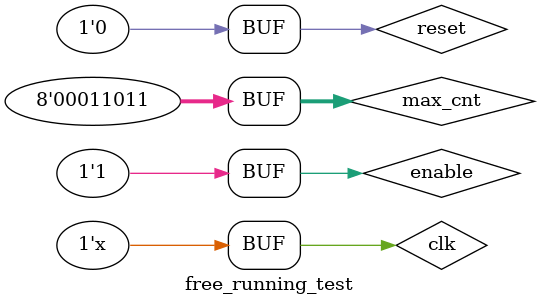
<source format=v>
`timescale 1ns / 1ps


module free_running_test;

	// Inputs
	reg clk;
	reg reset;
	reg enable;
	reg [7:0] max_cnt;

	// Outputs
	wire stable;
	wire tick;

	// Instantiate the Unit Under Test (UUT)
	free_running uut (
		.clk(clk), 
		.reset(reset), 
		.enable(enable), 
		.max_cnt(max_cnt), 
		.stable(stable), 
		.tick(tick)
	);

	initial begin
		// Initialize Inputs
		clk = 0;
		reset = 1;
		enable = 0;
		max_cnt = 27;

		// Wait 100 ns for global reset to finish
		#100;
		
		enable = 1;
		
		#100;
		
		reset = 0;
        
		// Add stimulus here
	end
	
	always #10 clk = ~clk;
      
endmodule


</source>
